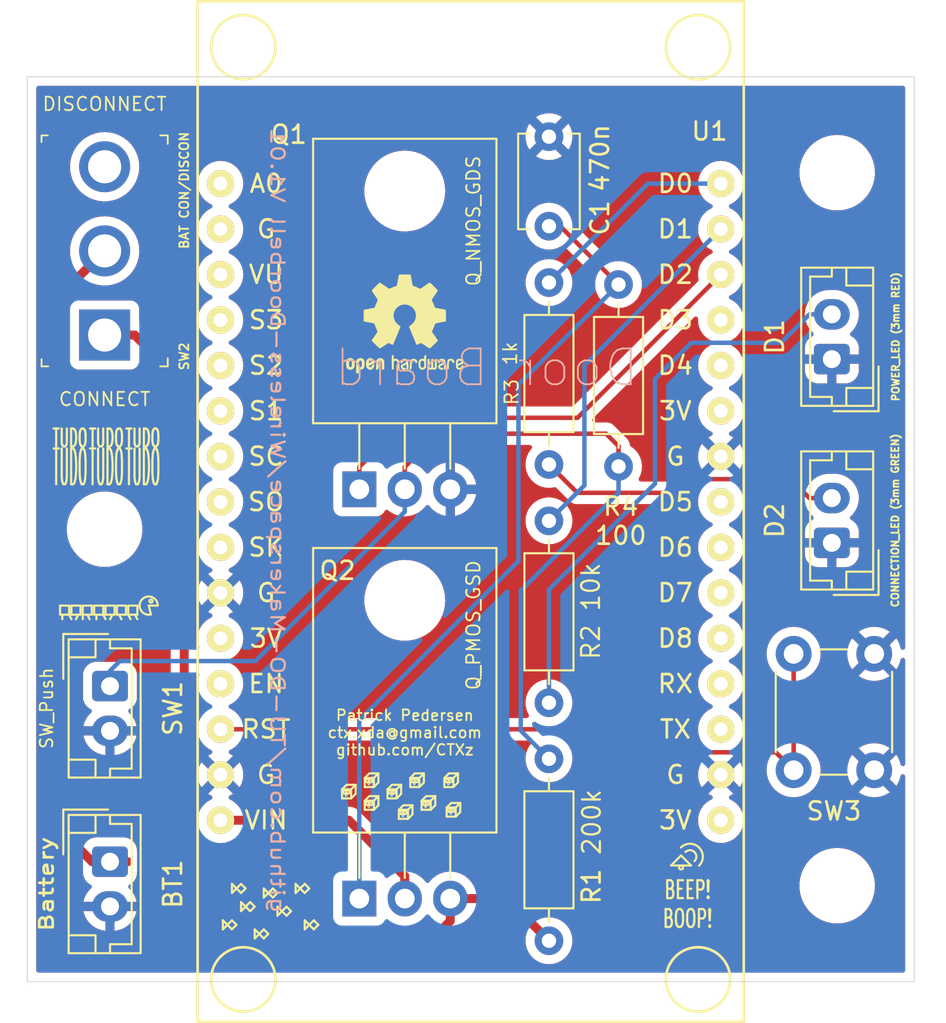
<source format=kicad_pcb>
(kicad_pcb (version 20211014) (generator pcbnew)
  (title_block (title "TUDO Doorbell PCB / Door") (date "2021-12-07") (rev "V1.01") (company "TUDO Makerspace") (comment 1 "https://tapr.org/the-tapr-open-hardware-license/") (comment 2 "License: TAPR Open Hardware License v1.0") (comment 3 "ctx.xda@gmail.com") (comment 4 "Author: Patrick Pedersen"))
  (layers (0 "F.Cu" signal) (31 "B.Cu" signal) (34 "B.Paste" user) (35 "F.Paste" user) (36 "B.SilkS" user "B.Silkscreen") (37 "F.SilkS" user "F.Silkscreen") (38 "B.Mask" user) (39 "F.Mask" user) (44 "Edge.Cuts" user))
  (net 0 "")
  (net 1 "GND")
  (net 2 "9V_BAT_+")
  (net 3 "Net-(C1-Pad1)")
  (net 4 "POWER_LED")
  (net 5 "CONNECTION_LED")
  (net 6 "POWER_LATCH")
  (net 7 "NODE_VIN")
  (net 24 "Net-(D1-Pad2)")
  (net 25 "Net-(D2-Pad2)")
  (net 26 "Net-(BT1-Pad1)")
  (net 27 "Net-(Q1-Pad2)")
  (net 28 "DBG_BTN")
  (net 29 "RST_BTN")
  (footprint "MountingHole:MountingHole_3.2mm_M3" (layer "F.Cu") (at 57.152 114.935)
    (fp_text reference "REF**" hide)
    (fp_text value "MountingHole_3.2mm_M3" hide)
    (pad "" np_thru_hole circle locked (at 0 0) (size 3.2 3.2) (drill 3.2) (layers *.Cu *.Mask))
  )
  (footprint "MountingHole:MountingHole_3.2mm_M3" (layer "F.Cu") (at 98.0628 95.021)
    (fp_text reference "REF**" hide)
    (fp_text value "MountingHole_3.2mm_M3" hide)
    (pad "" np_thru_hole circle locked (at 0 0) (size 3.2 3.2) (drill 3.2) (layers *.Cu *.Mask))
  )
  (footprint "Connector_JST:JST_EH_B2B-EH-A_1x02_P2.50mm_Vertical" (layer "F.Cu") (at 97.7628 105.4354 90)
    (fp_text reference "D1" (at 1.25 -3.1905 90) (layer "F.SilkS"))
    (fp_text value "POWER_LED (3mm RED)" (at 1.25 3.5659 90) (layer "F.SilkS") (effects (font (size 0.4 0.4) (thickness 0.1))))
    (pad "1" thru_hole roundrect locked (at 0 0 90) (size 1.7 2) (drill 1) (layers *.Cu *.Mask) (roundrect_rratio 0.147) (net 1 "GND"))
    (pad "2" thru_hole oval locked (at 2.5 0 90) (size 1.7 2) (drill 1) (layers *.Cu *.Mask) (net 24 "Net-(D1-Pad2)"))
  )
  (footprint "Package_TO_SOT_THT:TO-220-3_Horizontal_TabDown" (layer "F.Cu") (at 71.374 112.707)
    (fp_text reference "Q1" (at -3.937 -19.8192) (layer "F.SilkS"))
    (fp_text value "Q_NMOS_GDS" (at 6.3754 -14.9932 90) (layer "F.SilkS") (effects (font (size 0.75 0.75) (thickness 0.1))))
    (pad "" np_thru_hole oval locked (at 2.54 -16.66) (size 3.5 3.5) (drill 3.5) (layers *.Cu *.Mask))
    (pad "1" thru_hole rect locked (at 0 0) (size 1.905 2) (drill 1.1) (layers *.Cu *.Mask) (net 6 "POWER_LATCH"))
    (pad "2" thru_hole oval locked (at 2.54 0) (size 1.905 2) (drill 1.1) (layers *.Cu *.Mask) (net 27 "Net-(Q1-Pad2)"))
    (pad "3" thru_hole oval locked (at 5.08 0) (size 1.905 2) (drill 1.1) (layers *.Cu *.Mask) (net 1 "GND"))
  )
  (footprint "ESP8266-Kicad:NodeMCU-LoLinV3" (layer "F.Cu") (at 77.595 115.951)
    (fp_text reference "U1" (at 13.337 -23.241) (layer "F.SilkS"))
    (fp_text value "NODEMCU v3")
    (fp_text user "D6" (at 11.43 0) (layer "F.SilkS"))
    (fp_text user "3V" (at 11.43 15.24) (layer "F.SilkS"))
    (fp_text user "SC" (at -11.43 -5.08) (layer "F.SilkS"))
    (fp_text user "3V" (at 11.43 -7.62) (layer "F.SilkS"))
    (fp_text user "VIN" (at -11.43 15.24) (layer "F.SilkS"))
    (fp_text user "D0" (at 11.43 -20.32) (layer "F.SilkS"))
    (fp_text user "D5" (at 11.43 -2.54) (layer "F.SilkS"))
    (fp_text user "D2" (at 11.43 -15.24) (layer "F.SilkS"))
    (fp_text user "S3" (at -11.43 -12.7) (layer "F.SilkS"))
    (fp_text user "TX" (at 11.43 10.16) (layer "F.SilkS"))
    (fp_text user "S1" (at -11.43 -7.62) (layer "F.SilkS"))
    (fp_text user "G" (at -11.43 2.54) (layer "F.SilkS"))
    (fp_text user "D8" (at 11.43 5.08) (layer "F.SilkS"))
    (fp_text user "D4" (at 11.43 -10.16) (layer "F.SilkS"))
    (fp_text user "RX" (at 11.43 7.62) (layer "F.SilkS"))
    (fp_text user "A0" (at -11.43 -20.32) (layer "F.SilkS"))
    (fp_text user "RST" (at -11.43 10.16) (layer "F.SilkS"))
    (fp_text user "G" (at 11.43 -5.08) (layer "F.SilkS"))
    (fp_text user "G" (at 11.43 12.7) (layer "F.SilkS"))
    (fp_text user "G" (at -11.43 -17.78) (layer "F.SilkS"))
    (fp_text user "S2" (at -11.43 -10.16) (layer "F.SilkS"))
    (fp_text user "D3" (at 11.43 -12.7) (layer "F.SilkS"))
    (fp_text user "D7" (at 11.43 2.54) (layer "F.SilkS"))
    (fp_text user "EN" (at -11.43 7.62) (layer "F.SilkS"))
    (fp_text user "SO" (at -11.43 -2.54) (layer "F.SilkS"))
    (fp_text user "SK" (at -11.43 0) (layer "F.SilkS"))
    (fp_text user "3V" (at -11.43 5.08) (layer "F.SilkS"))
    (fp_text user "D1" (at 11.43 -17.78) (layer "F.SilkS"))
    (fp_text user "G" (at -11.43 12.7) (layer "F.SilkS"))
    (fp_text user "VU" (at -11.43 -15.24) (layer "F.SilkS"))
    (pad "1" thru_hole circle locked (at -13.97 -20.32) (size 1.524 1.524) (drill 0.762) (layers *.Cu *.Mask "F.SilkS"))
    (pad "2" thru_hole circle locked (at -13.97 -17.78) (size 1.524 1.524) (drill 0.762) (layers *.Cu *.Mask "F.SilkS"))
    (pad "3" thru_hole circle locked (at -13.97 -15.24) (size 1.524 1.524) (drill 0.762) (layers *.Cu *.Mask "F.SilkS"))
    (pad "4" thru_hole circle locked (at -13.97 -12.7) (size 1.524 1.524) (drill 0.762) (layers *.Cu *.Mask "F.SilkS"))
    (pad "5" thru_hole circle locked (at -13.97 -10.16) (size 1.524 1.524) (drill 0.762) (layers *.Cu *.Mask "F.SilkS"))
    (pad "6" thru_hole circle locked (at -13.97 -7.62) (size 1.524 1.524) (drill 0.762) (layers *.Cu *.Mask "F.SilkS"))
    (pad "7" thru_hole circle locked (at -13.97 -5.08) (size 1.524 1.524) (drill 0.762) (layers *.Cu *.Mask "F.SilkS"))
    (pad "8" thru_hole circle locked (at -13.97 -2.54) (size 1.524 1.524) (drill 0.762) (layers *.Cu *.Mask "F.SilkS"))
    (pad "9" thru_hole circle locked (at -13.97 0) (size 1.524 1.524) (drill 0.762) (layers *.Cu *.Mask "F.SilkS"))
    (pad "10" thru_hole circle locked (at -13.97 2.54) (size 1.524 1.524) (drill 0.762) (layers *.Cu *.Mask "F.SilkS") (net 1 "GND"))
    (pad "11" thru_hole circle locked (at -13.97 5.08) (size 1.524 1.524) (drill 0.762) (layers *.Cu *.Mask "F.SilkS"))
    (pad "12" thru_hole circle locked (at -13.97 7.62) (size 1.524 1.524) (drill 0.762) (layers *.Cu *.Mask "F.SilkS"))
    (pad "13" thru_hole circle locked (at -13.97 10.16) (size 1.524 1.524) (drill 0.762) (layers *.Cu *.Mask "F.SilkS") (net 29 "RST_BTN"))
    (pad "14" thru_hole circle locked (at -13.97 12.7) (size 1.524 1.524) (drill 0.762) (layers *.Cu *.Mask "F.SilkS") (net 1 "GND"))
    (pad "15" thru_hole circle locked (at -13.97 15.24) (size 1.524 1.524) (drill 0.762) (layers *.Cu *.Mask "F.SilkS") (net 7 "NODE_VIN"))
    (pad "16" thru_hole circle locked (at 13.97 15.24) (size 1.524 1.524) (drill 0.762) (layers *.Cu *.Mask "F.SilkS"))
    (pad "17" thru_hole circle locked (at 13.97 12.7) (size 1.524 1.524) (drill 0.762) (layers *.Cu *.Mask "F.SilkS") (net 1 "GND"))
    (pad "18" thru_hole circle locked (at 13.97 10.16) (size 1.524 1.524) (drill 0.762) (layers *.Cu *.Mask "F.SilkS"))
    (pad "19" thru_hole circle locked (at 13.97 7.62) (size 1.524 1.524) (drill 0.762) (layers *.Cu *.Mask "F.SilkS"))
    (pad "20" thru_hole circle locked (at 13.97 5.08) (size 1.524 1.524) (drill 0.762) (layers *.Cu *.Mask "F.SilkS"))
    (pad "21" thru_hole circle locked (at 13.97 2.54) (size 1.524 1.524) (drill 0.762) (layers *.Cu *.Mask "F.SilkS"))
    (pad "22" thru_hole circle locked (at 13.97 0) (size 1.524 1.524) (drill 0.762) (layers *.Cu *.Mask "F.SilkS"))
    (pad "23" thru_hole circle locked (at 13.97 -2.54) (size 1.524 1.524) (drill 0.762) (layers *.Cu *.Mask "F.SilkS"))
    (pad "24" thru_hole circle locked (at 13.97 -5.08) (size 1.524 1.524) (drill 0.762) (layers *.Cu *.Mask "F.SilkS") (net 1 "GND"))
    (pad "25" thru_hole circle locked (at 13.97 -7.62) (size 1.524 1.524) (drill 0.762) (layers *.Cu *.Mask "F.SilkS"))
    (pad "26" thru_hole circle locked (at 13.97 -10.16) (size 1.524 1.524) (drill 0.762) (layers *.Cu *.Mask "F.SilkS"))
    (pad "27" thru_hole circle locked (at 13.97 -12.7) (size 1.524 1.524) (drill 0.762) (layers *.Cu *.Mask "F.SilkS") (net 28 "DBG_BTN"))
    (pad "28" thru_hole circle locked (at 13.97 -15.24) (size 1.524 1.524) (drill 0.762) (layers *.Cu *.Mask "F.SilkS") (net 6 "POWER_LATCH"))
    (pad "29" thru_hole circle locked (at 13.97 -17.78) (size 1.524 1.524) (drill 0.762) (layers *.Cu *.Mask "F.SilkS") (net 4 "POWER_LED"))
    (pad "30" thru_hole circle locked (at 13.97 -20.32) (size 1.524 1.524) (drill 0.762) (layers *.Cu *.Mask "F.SilkS") (net 5 "CONNECTION_LED"))
  )
  (footprint "Symbol:OSHW-Logo2_7.3x6mm_SilkScreen" (layer "F.Cu") (at 73.914 103.470272)
    (fp_text reference "REF**" hide)
    (fp_text value "OSHW-Logo2_7.3x6mm_SilkScreen" hide)
  )
  (footprint "Package_TO_SOT_THT:TO-220-3_Horizontal_TabDown" (layer "F.Cu") (at 71.374 135.567)
    (fp_text reference "Q2" (at -1.2192 -18.3206) (layer "F.SilkS"))
    (fp_text value "Q_PMOS_GSD" (at 6.3754 -15.2726 90) (layer "F.SilkS") (effects (font (size 0.75 0.75) (thickness 0.1))))
    (pad "" np_thru_hole oval locked (at 2.54 -16.66) (size 3.5 3.5) (drill 3.5) (layers *.Cu *.Mask))
    (pad "1" thru_hole rect locked (at 0 0) (size 1.905 2) (drill 1.1) (layers *.Cu *.Mask) (net 3 "Net-(C1-Pad1)"))
    (pad "2" thru_hole oval locked (at 2.54 0) (size 1.905 2) (drill 1.1) (layers *.Cu *.Mask) (net 7 "NODE_VIN"))
    (pad "3" thru_hole oval locked (at 5.08 0) (size 1.905 2) (drill 1.1) (layers *.Cu *.Mask) (net 2 "9V_BAT_+"))
  )
  (footprint "Button_Switch_THT:SW_PUSH_6mm" (layer "F.Cu") (at 95.631 128.397 90)
    (fp_text reference "SW3" (at -2.286 2.25 180) (layer "F.SilkS"))
    (fp_text value "RST_BTN")
    (pad "1" thru_hole circle locked (at 6.5 0 180) (size 2 2) (drill 1.1) (layers *.Cu *.Mask) (net 29 "RST_BTN"))
    (pad "1" thru_hole circle locked (at 0 0 180) (size 2 2) (drill 1.1) (layers *.Cu *.Mask) (net 29 "RST_BTN"))
    (pad "2" thru_hole circle locked (at 6.5 4.5 180) (size 2 2) (drill 1.1) (layers *.Cu *.Mask) (net 1 "GND"))
    (pad "2" thru_hole circle locked (at 0 4.5 180) (size 2 2) (drill 1.1) (layers *.Cu *.Mask) (net 1 "GND"))
  )
  (footprint "digikey-footprints:Toggle_Switch_100SP1T1B4M2QE" (layer "F.Cu") (at 57.152 104.0892 90)
    (fp_text reference "SW2" (at -1.1938 4.443 270) (layer "F.SilkS") (effects (font (size 0.5 0.5) (thickness 0.1))))
    (fp_text value "BAT CON/DISCON" (at 8.0772 4.443 270) (layer "F.SilkS") (effects (font (size 0.5 0.5) (thickness 0.1))))
    (pad "1" thru_hole rect locked (at 0 0 90) (size 2.85 2.85) (drill 1.85) (layers *.Cu *.Mask) (net 2 "9V_BAT_+"))
    (pad "2" thru_hole circle locked (at 4.7 0 90) (size 2.85 2.85) (drill 1.85) (layers *.Cu *.Mask) (net 26 "Net-(BT1-Pad1)"))
    (pad "3" thru_hole circle locked (at 9.4 0 90) (size 2.85 2.85) (drill 1.85) (layers *.Cu *.Mask))
  )
  (footprint "Connector_JST:JST_EH_B2B-EH-A_1x02_P2.50mm_Vertical" (layer "F.Cu") (at 57.452 123.698 -90)
    (fp_text reference "SW1" (at 1.25 -3.508 90) (layer "F.SilkS"))
    (fp_text value "SW_Push" (at 1.2385 3.5405 90) (layer "F.SilkS") (effects (font (size 0.7 0.7) (thickness 0.1))))
    (pad "1" thru_hole roundrect locked (at 0 0 270) (size 1.7 2) (drill 1) (layers *.Cu *.Mask) (roundrect_rratio 0.147059) (net 27 "Net-(Q1-Pad2)"))
    (pad "2" thru_hole oval locked (at 2.5 0 270) (size 1.7 2) (drill 1) (layers *.Cu *.Mask) (net 1 "GND"))
  )
  (footprint "Connector_JST:JST_EH_B2B-EH-A_1x02_P2.50mm_Vertical" (layer "F.Cu") (at 57.452 133.5062 -90)
    (fp_text reference "BT1" (at 1.25 -3.508 90) (layer "F.SilkS"))
    (fp_text value "Battery" (at 1.25 3.5405 90) (layer "F.SilkS") (effects (font (size 0.75 1))))
    (pad "1" thru_hole roundrect locked (at 0 0 270) (size 1.7 2) (drill 1) (layers *.Cu *.Mask) (roundrect_rratio 0.147059) (net 26 "Net-(BT1-Pad1)"))
    (pad "2" thru_hole oval locked (at 2.5 0 270) (size 1.7 2) (drill 1) (layers *.Cu *.Mask) (net 1 "GND"))
  )
  (footprint "Resistor_THT:R_Axial_DIN0207_L6.3mm_D2.5mm_P10.16mm_Horizontal" (layer "F.Cu") (at 85.852 111.4298 90)
    (fp_text reference "R4" (at -2.2352 0.127 180) (layer "F.SilkS"))
    (fp_text value "100" (at -3.8608 0.127 180) (layer "F.SilkS"))
    (pad "1" thru_hole circle locked (at 0 0 90) (size 1.6 1.6) (drill 0.8) (layers *.Cu *.Mask) (net 27 "Net-(Q1-Pad2)"))
    (pad "2" thru_hole oval locked (at 10.16 0 90) (size 1.6 1.6) (drill 0.8) (layers *.Cu *.Mask) (net 3 "Net-(C1-Pad1)"))
  )
  (footprint "Resistor_THT:R_Axial_DIN0207_L6.3mm_D2.5mm_P10.16mm_Horizontal" (layer "F.Cu") (at 81.9658 114.4684 -90)
    (fp_text reference "R2" (at 6.7752 -2.3368 90) (layer "F.SilkS") (effects (font (thickness 0.125))))
    (fp_text value "10k" (at 3.6924 -2.3368 90) (layer "F.SilkS") (effects (font (thickness 0.125))))
    (pad "1" thru_hole circle locked (at 0 0 270) (size 1.6 1.6) (drill 0.8) (layers *.Cu *.Mask) (net 4 "POWER_LED"))
    (pad "2" thru_hole oval locked (at 10.16 0 270) (size 1.6 1.6) (drill 0.8) (layers *.Cu *.Mask) (net 24 "Net-(D1-Pad2)"))
  )
  (footprint "Resistor_THT:R_Axial_DIN0207_L6.3mm_D2.5mm_P10.16mm_Horizontal" (layer "F.Cu") (at 81.9658 101.1588 -90)
    (fp_text reference "R3" (at 6.1148 2.0828 -90) (layer "F.SilkS") (effects (font (size 0.75 0.75) (thickness 0.1))))
    (fp_text value "1k" (at 3.9624 2.1668 90) (layer "F.SilkS") (effects (font (size 0.75 0.75) (thickness 0.1))))
    (pad "1" thru_hole circle locked (at 0 0 270) (size 1.6 1.6) (drill 0.8) (layers *.Cu *.Mask) (net 5 "CONNECTION_LED"))
    (pad "2" thru_hole oval locked (at 10.16 0 270) (size 1.6 1.6) (drill 0.8) (layers *.Cu *.Mask) (net 25 "Net-(D2-Pad2)"))
  )
  (footprint "Capacitor_THT:C_Disc_D5.1mm_W3.2mm_P5.00mm" (layer "F.Cu") (at 81.9658 98.0092 90)
    (fp_text reference "C1" (at 0.4638 2.8448 90) (layer "F.SilkS"))
    (fp_text value "470n" (at 3.8006 2.8448 90) (layer "F.SilkS"))
    (pad "1" thru_hole circle locked (at 0 0 90) (size 1.6 1.6) (drill 0.8) (layers *.Cu *.Mask) (net 3 "Net-(C1-Pad1)"))
    (pad "2" thru_hole circle locked (at 5 0 90) (size 1.6 1.6) (drill 0.8) (layers *.Cu *.Mask) (net 1 "GND"))
  )
  (footprint "Resistor_THT:R_Axial_DIN0207_L6.3mm_D2.5mm_P10.16mm_Horizontal" (layer "F.Cu") (at 81.9658 127.762 -90)
    (fp_text reference "R1" (at 7.1214 -2.37 90) (layer "F.SilkS"))
    (fp_text value "200k" (at 3.5306 -2.3876 90) (layer "F.SilkS") (effects (font (thickness 0.125))))
    (pad "1" thru_hole circle locked (at 0 0 270) (size 1.6 1.6) (drill 0.8) (layers *.Cu *.Mask) (net 27 "Net-(Q1-Pad2)"))
    (pad "2" thru_hole oval locked (at 10.16 0 270) (size 1.6 1.6) (drill 0.8) (layers *.Cu *.Mask) (net 2 "9V_BAT_+"))
  )
  (footprint "MountingHole:MountingHole_3.2mm_M3" (layer "F.Cu") (at 98.0628 134.848)
    (fp_text reference "REF**" hide)
    (fp_text value "MountingHole_3.2mm_M3" hide)
    (pad "" np_thru_hole circle locked (at 0 0) (size 3.2 3.2) (drill 3.2) (layers *.Cu *.Mask))
  )
  (footprint "Connector_JST:JST_EH_B2B-EH-A_1x02_P2.50mm_Vertical" (layer "F.Cu") (at 97.7628 115.697 90)
    (fp_text reference "D2" (at 1.25 -3.1905 90) (layer "F.SilkS"))
    (fp_text value "CONNECTION_LED (3mm GREEN)" (at 1.25 3.5405 90) (layer "F.SilkS") (effects (font (size 0.4 0.4) (thickness 0.1))))
    (pad "1" thru_hole roundrect locked (at 0 0 90) (size 1.7 2) (drill 1) (layers *.Cu *.Mask) (roundrect_rratio 0.147) (net 1 "GND"))
    (pad "2" thru_hole oval locked (at 2.5 0 90) (size 1.7 2) (drill 1) (layers *.Cu *.Mask) (net 25 "Net-(D2-Pad2)"))
  )
  (gr_line (start 64.262 134.747) (end 64.516 135.001) (layer "F.SilkS") (width 0.12))
  (gr_line (start 65.278 135.763) (end 64.77 136.271) (layer "F.SilkS") (width 0.12))
  (gr_line (start 65.532 136.017) (end 65.278 135.763) (layer "F.SilkS") (width 0.12))
  (gr_line (start 65.024 136.017) (end 65.278 136.271) (layer "F.SilkS") (width 0.12))
  (gr_line (start 64.77 135.763) (end 65.024 136.017) (layer "F.SilkS") (width 0.12))
  (gr_line (start 65.278 136.271) (end 65.532 136.017) (layer "F.SilkS") (width 0.12))
  (gr_line (start 64.77 136.271) (end 64.77 135.763) (layer "F.SilkS") (width 0.12))
  (gr_line (start 64.516 137.033) (end 64.262 136.779) (layer "F.SilkS") (width 0.12))
  (gr_line (start 64.262 137.287) (end 64.516 137.033) (layer "F.SilkS") (width 0.12))
  (gr_line (start 63.754 137.287) (end 63.754 136.779) (layer "F.SilkS") (width 0.12))
  (gr_line (start 63.754 136.779) (end 64.008 137.033) (layer "F.SilkS") (width 0.12))
  (gr_line (start 64.008 137.033) (end 64.262 137.287) (layer "F.SilkS") (width 0.12))
  (gr_line (start 64.262 136.779) (end 63.754 137.287) (layer "F.SilkS") (width 0.12))
  (gr_line (start 66.802 135.255) (end 66.548 135.001) (layer "F.SilkS") (width 0.12))
  (gr_line (start 66.548 135.509) (end 66.802 135.255) (layer "F.SilkS") (width 0.12))
  (gr_line (start 66.294 135.255) (end 66.548 135.509) (layer "F.SilkS") (width 0.12))
  (gr_line (start 66.04 135.509) (end 66.04 135.001) (layer "F.SilkS") (width 0.12))
  (gr_line (start 66.04 135.001) (end 66.294 135.255) (layer "F.SilkS") (width 0.12))
  (gr_line (start 66.548 135.001) (end 66.04 135.509) (layer "F.SilkS") (width 0.12))
  (gr_line (start 67.818 135.255) (end 67.818 134.747) (layer "F.SilkS") (width 0.12))
  (gr_line (start 68.58 135.001) (end 68.326 134.747) (layer "F.SilkS") (width 0.12))
  (gr_line (start 67.818 134.747) (end 68.072 135.001) (layer "F.SilkS") (width 0.12))
  (gr_line (start 68.326 135.255) (end 68.58 135.001) (layer "F.SilkS") (width 0.12))
  (gr_line (start 68.072 135.001) (end 68.326 135.255) (layer "F.SilkS") (width 0.12))
  (gr_line (start 68.326 134.747) (end 67.818 135.255) (layer "F.SilkS") (width 0.12))
  (gr_line (start 66.802 136.017) (end 67.056 136.271) (layer "F.SilkS") (width 0.12))
  (gr_line (start 67.31 136.525) (end 67.564 136.271) (layer "F.SilkS") (width 0.12))
  (gr_line (start 67.31 136.017) (end 66.802 136.525) (layer "F.SilkS") (width 0.12))
  (gr_line (start 66.802 136.525) (end 66.802 136.017) (layer "F.SilkS") (width 0.12))
  (gr_line (start 67.564 136.271) (end 67.31 136.017) (layer "F.SilkS") (width 0.12))
  (gr_line (start 67.056 136.271) (end 67.31 136.525) (layer "F.SilkS") (width 0.12))
  (gr_line (start 68.834 136.779) (end 68.326 137.287) (layer "F.SilkS") (width 0.12))
  (gr_line (start 68.834 137.287) (end 69.088 137.033) (layer "F.SilkS") (width 0.12))
  (gr_line (start 69.088 137.033) (end 68.834 136.779) (layer "F.SilkS") (width 0.12))
  (gr_line (start 68.58 137.033) (end 68.834 137.287) (layer "F.SilkS") (width 0.12))
  (gr_line (start 68.326 137.287) (end 68.326 136.779) (layer "F.SilkS") (width 0.12))
  (gr_line (start 68.326 136.779) (end 68.58 137.033) (layer "F.SilkS") (width 0.12))
  (gr_line (start 65.532 137.795) (end 65.532 137.287) (layer "F.SilkS") (width 0.12))
  (gr_line (start 66.294 137.541) (end 66.04 137.287) (layer "F.SilkS") (width 0.12))
  (gr_line (start 66.04 137.795) (end 66.294 137.541) (layer "F.SilkS") (width 0.12))
  (gr_line (start 65.786 137.541) (end 66.04 137.795) (layer "F.SilkS") (width 0.12))
  (gr_line (start 66.04 137.287) (end 65.532 137.795) (layer "F.SilkS") (width 0.12))
  (gr_line (start 65.532 137.287) (end 65.786 137.541) (layer "F.SilkS") (width 0.12))
  (gr_line (start 70.9168 129.4638) (end 70.4088 129.4638) (layer "F.SilkS") (width 0.12))
  (gr_line (start 71.1708 129.2098) (end 71.1708 129.7178) (layer "F.SilkS") (width 0.12))
  (gr_line (start 70.6628 129.2098) (end 71.1708 129.2098) (layer "F.SilkS") (width 0.12))
  (gr_circle (center 70.739 129.6162) (end 70.769 129.6162) (layer "F.SilkS") (width 0.12) (fill none))
  (gr_circle (center 71.9066 129.159) (end 71.9566 129.159) (layer "F.SilkS") (width 0.05) (fill none))
  (gr_line (start 71.6788 128.8288) (end 71.6788 129.3368) (layer "F.SilkS") (width 0.12))
  (gr_line (start 72.1868 129.3368) (end 72.4408 129.0828) (layer "F.SilkS") (width 0.12))
  (gr_line (start 71.6788 128.8288) (end 71.9328 128.5748) (layer "F.SilkS") (width 0.12))
  (gr_line (start 72.1868 128.8288) (end 72.4408 128.5748) (layer "F.SilkS") (width 0.12))
  (gr_line (start 72.4408 128.5748) (end 72.4408 129.0828) (layer "F.SilkS") (width 0.12))
  (gr_line (start 71.9328 128.5748) (end 72.4408 128.5748) (layer "F.SilkS") (width 0.12))
  (gr_line (start 72.1868 128.8288) (end 71.6788 128.8288) (layer "F.SilkS") (width 0.12))
  (gr_line (start 71.6788 129.3368) (end 72.1868 129.3368) (layer "F.SilkS") (width 0.12))
  (gr_circle (center 72.009 128.9812) (end 72.039 128.9812) (layer "F.SilkS") (width 0.12) (fill none))
  (gr_circle (center 71.8312 128.9812) (end 71.8612 128.9812) (layer "F.SilkS") (width 0.12) (fill none))
  (gr_line (start 72.1868 129.3368) (end 72.1868 128.8288) (layer "F.SilkS") (width 0.12))
  (gr_line (start 71.9328 129.8448) (end 72.4408 129.8448) (layer "F.SilkS") (width 0.12))
  (gr_line (start 72.1868 130.0988) (end 72.4408 129.8448) (layer "F.SilkS") (width 0.12))
  (gr_line (start 72.1868 130.6068) (end 72.1868 130.0988) (layer "F.SilkS") (width 0.12))
  (gr_line (start 72.4408 129.8448) (end 72.4408 130.3528) (layer "F.SilkS") (width 0.12))
  (gr_line (start 72.1868 130.6068) (end 72.4408 130.3528) (layer "F.SilkS") (width 0.12))
  (gr_line (start 71.6788 130.0988) (end 71.6788 130.6068) (layer "F.SilkS") (width 0.12))
  (gr_line (start 72.1868 130.0988) (end 71.6788 130.0988) (layer "F.SilkS") (width 0.12))
  (gr_line (start 71.6788 130.6068) (end 72.1868 130.6068) (layer "F.SilkS") (width 0.12))
  (gr_circle (center 72.009 130.2512) (end 72.039 130.2512) (layer "F.SilkS") (width 0.12) (fill none))
  (gr_circle (center 71.9066 130.429) (end 71.9566 130.429) (layer "F.SilkS") (width 0.05) (fill none))
  (gr_line (start 71.6788 130.0988) (end 71.9328 129.8448) (layer "F.SilkS") (width 0.12))
  (gr_circle (center 71.8312 130.2512) (end 71.8612 130.2512) (layer "F.SilkS") (width 0.12) (fill none))
  (gr_line (start 73.4568 129.9718) (end 73.4568 129.4638) (layer "F.SilkS") (width 0.12))
  (gr_circle (center 73.1766 129.794) (end 73.2266 129.794) (layer "F.SilkS") (width 0.05) (fill none))
  (gr_line (start 72.9488 129.4638) (end 72.9488 129.9718) (layer "F.SilkS") (width 0.12))
  (gr_line (start 72.9488 129.9718) (end 73.4568 129.9718) (layer "F.SilkS") (width 0.12))
  (gr_line (start 73.4568 129.9718) (end 73.7108 129.7178) (layer "F.SilkS") (width 0.12))
  (gr_line (start 73.7108 129.2098) (end 73.7108 129.7178) (layer "F.SilkS") (width 0.12))
  (gr_circle (center 73.279 129.6162) (end 73.309 129.6162) (layer "F.SilkS") (width 0.12) (fill none))
  (gr_line (start 73.2028 129.2098) (end 73.7108 129.2098) (layer "F.SilkS") (width 0.12))
  (gr_line (start 73.4568 129.4638) (end 73.7108 129.2098) (layer "F.SilkS") (width 0.12))
  (gr_line (start 72.9488 129.4638) (end 73.2028 129.2098) (layer "F.SilkS") (width 0.12))
  (gr_circle (center 73.1012 129.6162) (end 73.1312 129.6162) (layer "F.SilkS") (width 0.12) (fill none))
  (gr_line (start 73.4568 129.4638) (end 72.9488 129.4638) (layer "F.SilkS") (width 0.12))
  (gr_line (start 74.2188 128.8288) (end 74.2188 129.3368) (layer "F.SilkS") (width 0.12))
  (gr_line (start 74.9808 128.5748) (end 74.9808 129.0828) (layer "F.SilkS") (width 0.12))
  (gr_line (start 74.4728 128.5748) (end 74.9808 128.5748) (layer "F.SilkS") (width 0.12))
  (gr_line (start 74.7268 129.3368) (end 74.7268 128.8288) (layer "F.SilkS") (width 0.12))
  (gr_line (start 74.2188 128.8288) (end 74.4728 128.5748) (layer "F.SilkS") (width 0.12))
  (gr_circle (center 74.549 128.9812) (end 74.579 128.9812) (layer "F.SilkS") (width 0.12) (fill none))
  (gr_line (start 74.2188 129.3368) (end 74.7268 129.3368) (layer "F.SilkS") (width 0.12))
  (gr_line (start 74.7268 128.8288) (end 74.2188 128.8288) (layer "F.SilkS") (width 0.12))
  (gr_circle (center 74.3712 128.9812) (end 74.4012 128.9812) (layer "F.SilkS") (width 0.12) (fill none))
  (gr_line (start 74.7268 129.3368) (end 74.9808 129.0828) (layer "F.SilkS") (width 0.12))
  (gr_line (start 74.7268 128.8288) (end 74.9808 128.5748) (layer "F.SilkS") (width 0.12))
  (gr_circle (center 74.4466 129.159) (end 74.4966 129.159) (layer "F.SilkS") (width 0.05) (fill none))
  (gr_line (start 74.8538 130.6068) (end 75.3618 130.6068) (layer "F.SilkS") (width 0.12))
  (gr_line (start 75.6158 129.8448) (end 75.6158 130.3528) (layer "F.SilkS") (width 0.12))
  (gr_line (start 75.3618 130.6068) (end 75.3618 130.0988) (layer "F.SilkS") (width 0.12))
  (gr_line (start 75.1078 129.8448) (end 75.6158 129.8448) (layer "F.SilkS") (width 0.12))
  (gr_line (start 75.3618 130.6068) (end 75.6158 130.3528) (layer "F.SilkS") (width 0.12))
  (gr_circle (center 75.184 130.2512) (end 75.214 130.2512) (layer "F.SilkS") (width 0.12) (fill none))
  (gr_circle (center 75.0816 130.429) (end 75.1316 130.429) (layer "F.SilkS") (width 0.05) (fill none))
  (gr_line (start 74.8538 130.0988) (end 74.8538 130.6068) (layer "F.SilkS") (width 0.12))
  (gr_circle (center 75.0062 130.2512) (end 75.0362 130.2512) (layer "F.SilkS") (width 0.12) (fill none))
  (gr_line (start 75.3618 130.0988) (end 75.6158 129.8448) (layer "F.SilkS") (width 0.12))
  (gr_line (start 75.3618 130.0988) (end 74.8538 130.0988) (layer "F.SilkS") (width 0.12))
  (gr_line (start 74.8538 130.0988) (end 75.1078 129.8448) (layer "F.SilkS") (width 0.12))
  (gr_line (start 76.6318 129.3368) (end 76.8858 129.0828) (layer "F.SilkS") (width 0.12))
  (gr_line (start 76.1238 128.8288) (end 76.1238 129.3368) (layer "F.SilkS") (width 0.12))
  (gr_line (start 76.6318 128.8288) (end 76.1238 128.8288) (layer "F.SilkS") (width 0.12))
  (gr_circle (center 76.3516 129.159) (end 76.4016 129.159) (layer "F.SilkS") (width 0.05) (fill none))
  (gr_line (start 76.1238 129.3368) (end 76.6318 129.3368) (layer "F.SilkS") (width 0.12))
  (gr_line (start 76.6318 128.8288) (end 76.8858 128.5748) (layer "F.SilkS") (width 0.12))
  (gr_line (start 76.3778 128.5748) (end 76.8858 128.5748) (layer "F.SilkS") (width 0.12))
  (gr_circle (center 76.2762 128.9812) (end 76.3062 128.9812) (layer "F.SilkS") (width 0.12) (fill none))
  (gr_line (start 76.6318 129.3368) (end 76.6318 128.8288) (layer "F.SilkS") (width 0.12))
  (gr_line (start 76.1238 128.8288) (end 76.3778 128.5748) (layer "F.SilkS") (width 0.12))
  (gr_line (start 76.8858 128.5748) (end 76.8858 129.0828) (layer "F.SilkS") (width 0.12))
  (gr_circle (center 76.454 128.9812) (end 76.484 128.9812) (layer "F.SilkS") (width 0.12) (fill none))
  (gr_line (start 76.7588 130.4798) (end 77.0128 130.2258) (layer "F.SilkS") (width 0.12))
  (gr_line (start 77.0128 130.2258) (end 77.0128 130.7338) (layer "F.SilkS") (width 0.12))
  (gr_line (start 76.7588 130.9878) (end 77.0128 130.7338) (layer "F.SilkS") (width 0.12))
  (gr_line (start 76.2508 130.4798) (end 76.2508 130.9878) (layer "F.SilkS") (width 0.12))
  (gr_line (start 76.7588 130.9878) (end 76.7588 130.4798) (layer "F.SilkS") (width 0.12))
  (gr_line (start 76.2508 130.9878) (end 76.7588 130.9878) (layer "F.SilkS") (width 0.12))
  (gr_circle (center 76.581 130.6322) (end 76.611 130.6322) (layer "F.SilkS") (width 0.12) (fill none))
  (gr_line (start 76.2508 130.4798) (end 76.5048 130.2258) (layer "F.SilkS") (width 0.12))
  (gr_circle (center 76.4786 130.81) (end 76.5286 130.81) (layer "F.SilkS") (width 0.05) (fill none))
  (gr_circle (center 76.4032 130.6322) (end 76.4332 130.6322) (layer "F.SilkS") (width 0.12) (fill none))
  (gr_line (start 76.5048 130.2258) (end 77.0128 130.2258) (layer "F.SilkS") (width 0.12))
  (gr_line (start 76.7588 130.4798) (end 76.2508 130.4798) (layer "F.SilkS") (width 0.12))
  (gr_line (start 74.0918 131.1148) (end 74.3458 130.8608) (layer "F.SilkS") (width 0.12))
  (gr_line (start 73.5838 130.6068) (end 73.5838 131.1148) (layer "F.SilkS") (width 0.12))
  (gr_line (start 74.0918 130.6068) (end 73.5838 130.6068) (layer "F.SilkS") (width 0.12))
  (gr_circle (center 73.8116 130.937) (end 73.8616 130.937) (layer "F.SilkS") (width 0.05) (fill none))
  (gr_line (start 73.5838 131.1148) (end 74.0918 131.1148) (layer "F.SilkS") (width 0.12))
  (gr_line (start 74.0918 130.6068) (end 74.3458 130.3528) (layer "F.SilkS") (width 0.12))
  (gr_line (start 73.8378 130.3528) (end 74.3458 130.3528) (layer "F.SilkS") (width 0.12))
  (gr_circle (center 73.7362 130.7592) (end 73.7662 130.7592) (layer "F.SilkS") (width 0.12) (fill none))
  (gr_line (start 74.0918 131.1148) (end 74.0918 130.6068) (layer "F.SilkS") (width 0.12))
  (gr_line (start 73.5838 130.6068) (end 73.8378 130.3528) (layer "F.SilkS") (width 0.12))
  (gr_line (start 74.3458 130.3528) (end 74.3458 130.8608) (layer "F.SilkS") (width 0.12))
  (gr_circle (center 73.914 130.7592) (end 73.944 130.7592) (layer "F.SilkS") (width 0.12) (fill none))
  (gr_line (start 89.3445 133.1595) (end 88.7857 133.7183) (layer "F.SilkS") (width 0.12))
  (gr_line (start 89.3445 133.1595) (end 89.9033 133.7183) (layer "F.SilkS") (width 0.12))
  (gr_line (start 89.9033 133.7183) (end 88.7857 133.7183) (layer "F.SilkS") (width 0.12))
  (gr_circle (center 89.3445 133.8326) (end 89.4207 133.9088) (layer "F.SilkS") (width 0.12) (fill none))
  (gr_arc (start 89.585801 132.969001) (mid 90.093799 132.969001) (end 90.093799 133.476999) (layer "F.SilkS") (width 0.12))
  (gr_arc (start 89.331803 132.715003) (mid 90.347797 132.715003) (end 90.347797 133.730997) (layer "F.SilkS") (width 0.12))
  (gr_line (start 54.6608 119.2022) (end 54.6608 119.7102) (layer "F.SilkS") (width 0.12))
  (gr_line (start 54.6608 119.7102) (end 55.1688 119.7102) (layer "F.SilkS") (width 0.12))
  (gr_line (start 55.1688 119.7102) (end 55.1688 119.2022) (layer "F.SilkS") (width 0.12))
  (gr_line (start 55.1688 119.2022) (end 54.6608 119.2022) (layer "F.SilkS") (width 0.12))
  (gr_line (start 55.8038 119.7102) (end 55.8038 119.2022) (layer "F.SilkS") (width 0.12))
  (gr_line (start 55.2958 119.2022) (end 55.2958 119.7102) (layer "F.SilkS") (width 0.12))
  (gr_line (start 55.8038 119.2022) (end 55.2958 119.2022) (layer "F.SilkS") (width 0.12))
  (gr_line (start 55.2958 119.7102) (end 55.8038 119.7102) (layer "F.SilkS") (width 0.12))
  (gr_line (start 56.4388 119.7102) (end 56.4388 119.2022) (layer "F.SilkS") (width 0.12))
  (gr_line (start 56.4388 119.2022) (end 55.9308 119.2022) (layer "F.SilkS") (width 0.12))
  (gr_line (start 55.9308 119.2022) (end 55.9308 119.7102) (layer "F.SilkS") (width 0.12))
  (gr_line (start 55.9308 119.7102) (end 56.4388 119.7102) (layer "F.SilkS") (width 0.12))
  (gr_line (start 57.0738 119.2022) (end 56.5658 119.2022) (layer "F.SilkS") (width 0.12))
  (gr_line (start 57.0738 119.7102) (end 57.0738 119.2022) (layer "F.SilkS") (width 0.12))
  (gr_line (start 56.5658 119.7102) (end 57.0738 119.7102) (layer "F.SilkS") (width 0.12))
  (gr_line (start 56.5658 119.2022) (end 56.5658 119.7102) (layer "F.SilkS") (width 0.12))
  (gr_line (start 57.7088 119.7102) (end 57.7088 119.2022) (layer "F.SilkS") (width 0.12))
  (gr_line (start 57.7088 119.2022) (end 57.2008 119.2022) (layer "F.SilkS") (width 0.12))
  (gr_line (start 57.2008 119.7102) (end 57.7088 119.7102) (layer "F.SilkS") (width 0.12))
  (gr_line (start 57.2008 119.2022) (end 57.2008 119.7102) (layer "F.SilkS") (width 0.12))
  (gr_line (start 57.8358 119.2022) (end 57.8358 119.7102) (layer "F.SilkS") (width 0.12))
  (gr_line (start 57.8358 119.7102) (end 58.3438 119.7102) (layer "F.SilkS") (width 0.12))
  (gr_line (start 58.3438 119.2022) (end 57.8358 119.2022) (layer "F.SilkS") (width 0.12))
  (gr_line (start 58.3438 119.7102) (end 58.3438 119.2022) (layer "F.SilkS") (width 0.12))
  (gr_line (start 58.9788 119.2022) (end 58.4708 119.2022) (layer "F.SilkS") (width 0.12))
  (gr_line (start 58.4708 119.2022) (end 58.4708 119.7102) (layer "F.SilkS") (width 0.12))
  (gr_line (start 58.9788 119.7102) (end 58.9788 119.2022) (layer "F.SilkS") (width 0.12))
  (gr_line (start 60.1218 119.2022) (end 59.6138 119.2022) (layer "F.SilkS") (width 0.12))
  (gr_circle (center 59.7408 118.9482) (end 59.7662 118.9482) (layer "F.SilkS") (width 0.12) (fill none))
  (gr_line (start 58.4708 119.7102) (end 58.9788 119.7102) (layer "F.SilkS") (width 0.12))
  (gr_line (start 54.7878 119.7102) (end 54.7878 119.9642) (layer "F.SilkS") (width 0.12))
  (gr_line (start 55.1688 119.7102) (end 55.2958 119.9642) (layer "F.SilkS") (width 0.12))
  (gr_line (start 55.6768 119.7102) (end 55.5498 119.9642) (layer "F.SilkS") (width 0.12))
  (gr_line (start 56.1848 119.7102) (end 56.3118 119.9642) (layer "F.SilkS") (width 0.12))
  (gr_line (start 56.6928 119.7102) (end 56.6928 119.9642) (layer "F.SilkS") (width 0.12))
  (gr_line (start 57.0738 119.7102) (end 57.2008 119.9642) (layer "F.SilkS") (width 0.12))
  (gr_line (start 57.5818 119.7102) (end 57.4548 119.9642) (layer "F.SilkS") (width 0.12))
  (gr_line (start 57.9628 119.7102) (end 58.0898 119.9642) (layer "F.SilkS") (width 0.12))
  (gr_line (start 58.4708 119.7102) (end 58.5978 119.9642) (layer "F.SilkS") (width 0.12))
  (gr_line (start 55.9308 119.7102) (end 55.9308 119.9642) (layer "F.SilkS") (width 0.12))
  (gr_line (start 58.8518 119.7102) (end 58.9788 119.9642) (layer "F.SilkS") (width 0.12))
  (gr_arc (start 59.737008 119.695032) (mid 59.213392 118.889571) (end 60.1218 119.2022) (layer "F.SilkS") (width 0.12))
  (gr_line (start 59.737008 119.695032) (end 59.6138 119.2022) (layer "F.SilkS") (width 0.12))
  (gr_line (start 64.516 135.001) (end 64.77 135.255) (layer "F.SilkS") (width 0.12))
  (gr_circle (center 70.5612 129.6162) (end 70.5912 129.6162) (layer "F.SilkS") (width 0.12) (fill none))
  (gr_line (start 70.9168 129.9718) (end 70.9168 129.4638) (layer "F.SilkS") (width 0.12))
  (gr_line (start 64.77 135.255) (end 65.024 135.001) (layer "F.SilkS") (width 0.12))
  (gr_circle (center 70.6366 129.794) (end 70.6866 129.794) (layer "F.SilkS") (width 0.05) (fill none))
  (gr_line (start 70.4088 129.9718) (end 70.9168 129.9718) (layer "F.SilkS") (width 0.12))
  (gr_line (start 70.4088 129.4638) (end 70.4088 129.9718) (layer "F.SilkS") (width 0.12))
  (gr_line (start 64.77 134.747) (end 64.262 135.255) (layer "F.SilkS") (width 0.12))
  (gr_line (start 70.4088 129.4638) (end 70.6628 129.2098) (layer "F.SilkS") (width 0.12))
  (gr_line (start 70.9168 129.9718) (end 71.1708 129.7178) (layer "F.SilkS") (width 0.12))
  (gr_line (start 70.9168 129.4638) (end 71.1708 129.2098) (layer "F.SilkS") (width 0.12))
  (gr_line (start 64.262 135.255) (end 64.262 134.747) (layer "F.SilkS") (width 0.12))
  (gr_line (start 65.024 135.001) (end 64.77 134.747) (layer "F.SilkS") (width 0.12))
  (gr_line (start 102.362 94.742) (end 102.362 89.662) (layer "Edge.Cuts") (width 0.05))
  (gr_line (start 102.362 89.662) (end 52.832 89.662) (layer "Edge.Cuts") (width 0.05))
  (gr_line (start 52.828 140.208) (end 102.362 140.208) (layer "Edge.Cuts") (width 0.05))
  (gr_line (start 102.362 94.742) (end 102.362 140.208) (layer "Edge.Cuts") (width 0.05))
  (gr_line (start 52.828 89.662) (end 52.828 140.208) (layer "Edge.Cuts") (width 0.05))
  (gr_text "github.com/TU-DO-Makerspace/Wireless-Doorbell V1.01" (at 66.802 114.447 -90) (layer "B.SilkS") (effects (font (size 0.75 1) (thickness 0.125)) (justify mirror)))
  (gr_text "Door Board" (at 78.486 105.918) (layer "B.SilkS") (effects (font (size 2 2) (thickness 0.1)) (justify mirror)))
  (gr_text "TUDO" (at 55.2196 109.855) (layer "F.SilkS") (effects (font (size 1 0.5) (thickness 0.125))))
  (gr_text "TUDO" (at 57.2516 109.855) (layer "F.SilkS") (effects (font (size 1 0.5) (thickness 0.125))))
  (gr_text "TUDO" (at 59.2836 109.855) (layer "F.SilkS") (effects (font (size 1 0.5) (thickness 0.125))))
  (gr_text "TUDO" (at 55.2196 111.506) (layer "F.SilkS") (effects (font (size 2 0.5) (thickness 0.125))))
  (gr_text "TUDO" (at 59.2836 111.506) (layer "F.SilkS") (effects (font (size 2 0.5) (thickness 0.125))))
  (gr_text "TUDO" (at 57.2516 111.506) (layer "F.SilkS") (effects (font (size 2 0.5) (thickness 0.125))))
  (gr_text "BEEP!\nBOOP!" (at 89.7128 135.89) (layer "F.SilkS") (effects (font (size 1 0.6) (thickness 0.125))))
  (gr_text "Patrick Pedersen\nctx.xda@gmail.com\ngithub.com/CTXz" (at 73.914 126.294) (layer "F.SilkS") (effects (font (size 0.6 0.6) (thickness 0.1))))
  (gr_text "DISCONNECT" (at 57.152 91.186) (layer "F.SilkS") (effects (font (size 0.75 0.75) (thickness 0.1))))
  (gr_text "CONNECT" (at 57.15 107.671) (layer "F.SilkS") (effects (font (size 0.75 0.75) (thickness 0.1))))
  (segment (start 75.73 137.541) (end 76.454 136.817) (width 0.5) (layer "F.Cu") (net 2))
  (segment (start 61.595 120.952) (end 61.595 106.8572) (width 0.5) (layer "F.Cu") (net 2))
  (segment (start 63.627 137.541) (end 75.73 137.541) (width 0.5) (layer "F.Cu") (net 2))
  (segment (start 76.454 135.567) (end 79.6108 135.567) (width 0.5) (layer "F.Cu") (net 2))
  (segment (start 58.827 104.0892) (end 57.152 104.0892) (width 0.5) (layer "F.Cu") (net 2))
  (segment (start 61.595 106.8572) (end 58.827 104.0892) (width 0.5) (layer "F.Cu") (net 2))
  (segment (start 61.595 120.952) (end 61.595 135.509) (width 0.5) (layer "F.Cu") (net 2))
  (segment (start 79.6108 135.567) (end 81.9658 137.922) (width 0.5) (layer "F.Cu") (net 2))
  (segment (start 76.454 136.817) (end 76.454 135.567) (width 0.5) (layer "F.Cu") (net 2))
  (segment (start 61.595 135.509) (end 63.627 137.541) (width 0.5) (layer "F.Cu") (net 2))
  (segment (start 85.852 101.2698) (end 82.5914 98.0092) (width 0.25) (layer "F.Cu") (net 3))
  (segment (start 82.5914 98.0092) (end 81.9658 98.0092) (width 0.25) (layer "F.Cu") (net 3))
  (segment (start 80.264 106.8578) (end 85.852 101.2698) (width 0.25) (layer "B.Cu") (net 3))
  (segment (start 80.264 116.713) (end 80.264 106.8578) (width 0.25) (layer "B.Cu") (net 3))
  (segment (start 71.374 125.603) (end 80.264 116.713) (width 0.25) (layer "B.Cu") (net 3))
  (segment (start 71.374 135.567) (end 71.374 125.603) (width 0.25) (layer "B.Cu") (net 3))
  (segment (start 83.947 112.4872) (end 83.947 105.789) (width 0.25) (layer "B.Cu") (net 4))
  (segment (start 83.947 105.789) (end 91.565 98.171) (width 0.25) (layer "B.Cu") (net 4))
  (segment (start 81.9658 114.4684) (end 83.947 112.4872) (width 0.25) (layer "B.Cu") (net 4))
  (segment (start 91.565 95.631) (end 87.4936 95.631) (width 0.25) (layer "B.Cu") (net 5))
  (segment (start 87.4936 95.631) (end 81.9658 101.1588) (width 0.25) (layer "B.Cu") (net 5))
  (segment (start 74.119 108.712) (end 71.374 111.457) (width 0.25) (layer "F.Cu") (net 6))
  (segment (start 91.565 100.711) (end 83.564 108.712) (width 0.25) (layer "F.Cu") (net 6))
  (segment (start 83.564 108.712) (end 74.119 108.712) (width 0.25) (layer "F.Cu") (net 6))
  (segment (start 71.374 111.457) (end 71.374 112.707) (width 0.25) (layer "F.Cu") (net 6))
  (segment (start 73.914 134.317) (end 73.914 135.567) (width 0.5) (layer "F.Cu") (net 7))
  (segment (start 63.625 131.191) (end 70.788 131.191) (width 0.5) (layer "F.Cu") (net 7))
  (segment (start 70.788 131.191) (end 73.914 134.317) (width 0.5) (layer "F.Cu") (net 7))
  (segment (start 87.884 106.553) (end 89.916 104.521) (width 0.25) (layer "B.Cu") (net 24))
  (segment (start 96.5128 102.9354) (end 97.7628 102.9354) (width 0.25) (layer "B.Cu") (net 24))
  (segment (start 81.9658 118.3132) (end 87.884 112.395) (width 0.25) (layer "B.Cu") (net 24))
  (segment (start 89.916 104.521) (end 94.9272 104.521) (width 0.25) (layer "B.Cu") (net 24))
  (segment (start 94.9272 104.521) (end 96.5128 102.9354) (width 0.25) (layer "B.Cu") (net 24))
  (segment (start 81.9658 124.6284) (end 81.9658 118.3132) (width 0.25) (layer "B.Cu") (net 24))
  (segment (start 87.884 112.395) (end 87.884 106.553) (width 0.25) (layer "B.Cu") (net 24))
  (segment (start 95.4568 112.141) (end 96.5128 113.197) (width 0.25) (layer "F.Cu") (net 25))
  (segment (start 83.55 112.903) (end 89.535 112.903) (width 0.25) (layer "F.Cu") (net 25))
  (segment (start 89.535 112.903) (end 90.297 112.141) (width 0.25) (layer "F.Cu") (net 25))
  (segment (start 96.5128 113.197) (end 97.7628 113.197) (width 0.25) (layer "F.Cu") (net 25))
  (segment (start 90.297 112.141) (end 95.4568 112.141) (width 0.25) (layer "F.Cu") (net 25))
  (segment (start 81.9658 111.3188) (end 83.55 112.903) (width 0.25) (layer "F.Cu") (net 25))
  (segment (start 57.452 133.5062) (end 58.452 133.5062) (width 0.5) (layer "F.Cu") (net 26))
  (segment (start 54.356 102.1852) (end 57.152 99.3892) (width 0.5) (layer "F.Cu") (net 26))
  (segment (start 57.452 133.5062) (end 56.452 133.5062) (width 0.5) (layer "F.Cu") (net 26))
  (segment (start 54.356 131.4102) (end 54.356 102.1852) (width 0.5) (layer "F.Cu") (net 26))
  (segment (start 56.452 133.5062) (end 54.356 131.4102) (width 0.5) (layer "F.Cu") (net 26))
  (segment (start 85.15457 109.601) (end 75.77 109.601) (width 0.25) (layer "F.Cu") (net 27))
  (segment (start 75.77 109.601) (end 73.914 111.457) (width 0.25) (layer "F.Cu") (net 27))
  (segment (start 85.852 110.29843) (end 85.15457 109.601) (width 0.25) (layer "F.Cu") (net 27))
  (segment (start 85.852 111.4298) (end 85.852 110.29843) (width 0.25) (layer "F.Cu") (net 27))
  (segment (start 73.914 111.457) (end 73.914 112.707) (width 0.25) (layer "F.Cu") (net 27))
  (segment (start 57.452 122.848) (end 57.452 123.698) (width 0.25) (layer "B.Cu") (net 27))
  (segment (start 73.914 113.957) (end 65.57 122.301) (width 0.25) (layer "B.Cu") (net 27))
  (segment (start 85.852 111.4298) (end 85.852 112.903) (width 0.25) (layer "B.Cu") (net 27))
  (segment (start 80.391 118.364) (end 80.391 126.1872) (width 0.25) (layer "B.Cu") (net 27))
  (segment (start 57.999 122.301) (end 57.452 122.848) (width 0.25) (layer "B.Cu") (net 27))
  (segment (start 65.57 122.301) (end 57.999 122.301) (width 0.25) (layer "B.Cu") (net 27))
  (segment (start 73.914 112.707) (end 73.914 113.957) (width 0.25) (layer "B.Cu") (net 27))
  (segment (start 85.852 112.903) (end 80.391 118.364) (width 0.25) (layer "B.Cu") (net 27))
  (segment (start 80.391 126.1872) (end 81.9658 127.762) (width 0.25) (layer "B.Cu") (net 27))
  (segment (start 94.631001 127.397001) (end 84.344001 127.397001) (width 0.25) (layer "F.Cu") (net 29))
  (segment (start 83.058 126.111) (end 63.625 126.111) (width 0.25) (layer "F.Cu") (net 29))
  (segment (start 95.631 128.397) (end 94.631001 127.397001) (width 0.25) (layer "F.Cu") (net 29))
  (segment (start 84.344001 127.397001) (end 83.058 126.111) (width 0.25) (layer "F.Cu") (net 29))
  (segment (start 95.631 128.397) (end 95.631 121.897) (width 0.25) (layer "F.Cu") (net 29))
  (zone (net 1) (net_name "GND") (layers F&B.Cu) (connect_pads (clearance 0.508)) (min_thickness 0.254) (fill yes (thermal_gap 0.508) (thermal_bridge_width 0.508))
    (polygon (pts (xy 104.14 88.265) (xy 104.14 140.716) (xy 51.308 140.716) (xy 51.308 88.138)))
  )
  (zone (net 1) (net_name "GND") (layer "F.Cu") (connect_pads (clearance 0.508)) (min_thickness 0.254) (fill yes (thermal_gap 0.508) (thermal_bridge_width 0.508))
    (polygon (pts (xy 104.14 140.462) (xy 51.816 140.462) (xy 51.816 88.646) (xy 104.14 88.646)))
  )
)
</source>
